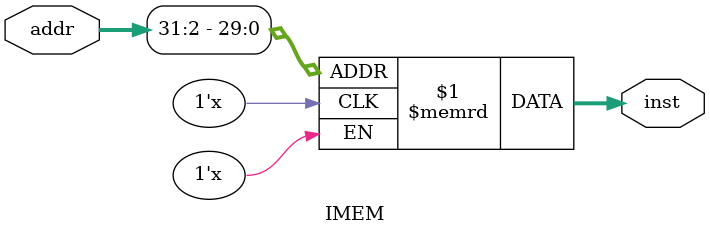
<source format=v>
module IMEM (
    input [31:0] addr,
    output [31:0] inst
);
    reg [31:0] memory [0:255];
    
    assign inst = memory[addr[31:2]];

    always @(*) begin
        $display("IMEM: Cycle=%0d, addr=%h, inst=%h", $time/10, addr, inst);
    end
endmodule
</source>
